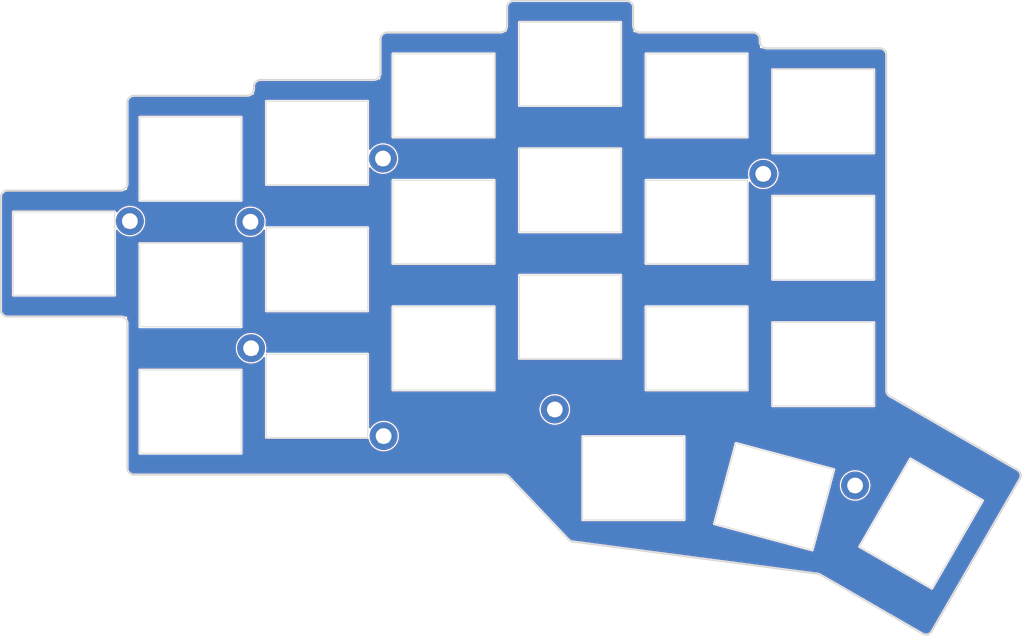
<source format=kicad_pcb>
(kicad_pcb (version 20211014) (generator pcbnew)
  (layers (0 "F.Cu" signal) (31 "B.Cu" signal) (34 "B.Paste" user) (35 "F.Paste" user) (36 "B.SilkS" user "B.Silkscreen") (37 "F.SilkS" user "F.Silkscreen") (38 "B.Mask" user) (39 "F.Mask" user) (44 "Edge.Cuts" user))
  (net 0 "")
  (footprint "kbd:SW_Hole_ALPS_Plastic" (layer "F.Cu") (at 42.721463 76.099368)
    (fp_text reference "K18" hide)
    (fp_text value "KEYSW" hide)
    (fp_line (start 7.625 -6.275) (end -7.625 -6.275) (layer "Edge.Cuts") (width 0.12))
    (fp_line (start 7.625 6.275) (end 7.625 -6.275) (layer "Edge.Cuts") (width 0.12))
    (fp_line (start -7.625 6.275) (end 7.625 6.275) (layer "Edge.Cuts") (width 0.12))
    (fp_line (start -7.625 -6.275) (end -7.625 6.275) (layer "Edge.Cuts") (width 0.12))
  )
  (footprint "kbd:SW_Hole_ALPS_Plastic" (layer "F.Cu") (at 118.721463 47.599367)
    (fp_text reference "K21" hide)
    (fp_text value "KEYSW" hide)
    (fp_line (start 7.625 6.275) (end 7.625 -6.275) (layer "Edge.Cuts") (width 0.12))
    (fp_line (start 7.625 -6.275) (end -7.625 -6.275) (layer "Edge.Cuts") (width 0.12))
    (fp_line (start -7.625 -6.275) (end -7.625 6.275) (layer "Edge.Cuts") (width 0.12))
    (fp_line (start -7.625 6.275) (end 7.625 6.275) (layer "Edge.Cuts") (width 0.12))
  )
  (footprint "kbd:SW_Hole_ALPS_Plastic" (layer "F.Cu") (at 42.721463 57.099368)
    (fp_text reference "K14" hide)
    (fp_text value "KEYSW" hide)
    (fp_line (start -7.625 -6.275) (end -7.625 6.275) (layer "Edge.Cuts") (width 0.12))
    (fp_line (start -7.625 6.275) (end 7.625 6.275) (layer "Edge.Cuts") (width 0.12))
    (fp_line (start 7.625 -6.275) (end -7.625 -6.275) (layer "Edge.Cuts") (width 0.12))
    (fp_line (start 7.625 6.275) (end 7.625 -6.275) (layer "Edge.Cuts") (width 0.12))
  )
  (footprint "kbd:SW_Hole_ALPS_Plastic" (layer "F.Cu") (at 61.721463 35.724368)
    (fp_text reference "K13" hide)
    (fp_text value "KEYSW" hide)
    (fp_line (start -7.625 -6.275) (end -7.625 6.275) (layer "Edge.Cuts") (width 0.12))
    (fp_line (start 7.625 6.275) (end 7.625 -6.275) (layer "Edge.Cuts") (width 0.12))
    (fp_line (start -7.625 6.275) (end 7.625 6.275) (layer "Edge.Cuts") (width 0.12))
    (fp_line (start 7.625 -6.275) (end -7.625 -6.275) (layer "Edge.Cuts") (width 0.12))
  )
  (footprint "kbd:SW_Hole_ALPS_Plastic" (layer "F.Cu") (at 152.426296 92.925796 60)
    (fp_text reference "K22" hide)
    (fp_text value "KEYSW" hide)
    (fp_line (start 7.625 -6.275) (end -7.625 -6.275) (layer "Edge.Cuts") (width 0.12))
    (fp_line (start 7.625 6.275) (end 7.625 -6.275) (layer "Edge.Cuts") (width 0.12))
    (fp_line (start -7.625 -6.275) (end -7.625 6.275) (layer "Edge.Cuts") (width 0.12))
    (fp_line (start -7.625 6.275) (end 7.625 6.275) (layer "Edge.Cuts") (width 0.12))
  )
  (footprint "kbd:M2_Hole_TH_mod" (layer "F.Cu") (at 128.721463 40.374367)
    (fp_text reference "H8" (at 0 0.5) (layer "F.SilkS"))
    (fp_text value "MountingHole")
    (fp_circle (center 0 0) (end 1.15 0) (layer "Edge.Cuts") (width 0.1) (fill none))
    (pad "" thru_hole circle (at 0 0) (size 4.2 4.2) (drill 2.3) (layers *.Cu *.Mask))
  )
  (footprint "kbd:SW_Hole_ALPS_Plastic" (layer "F.Cu") (at 80.721463 66.599368)
    (fp_text reference "K9" hide)
    (fp_text value "KEYSW" hide)
    (fp_line (start -7.625 -6.275) (end -7.625 6.275) (layer "Edge.Cuts") (width 0.12))
    (fp_line (start 7.625 6.275) (end 7.625 -6.275) (layer "Edge.Cuts") (width 0.12))
    (fp_line (start 7.625 -6.275) (end -7.625 -6.275) (layer "Edge.Cuts") (width 0.12))
    (fp_line (start -7.625 6.275) (end 7.625 6.275) (layer "Edge.Cuts") (width 0.12))
  )
  (footprint "kbd:M2_Hole_TH_mod" (layer "F.Cu") (at 71.621463 38.074367)
    (fp_text reference "H4" (at 0 0.5) (layer "F.SilkS"))
    (fp_text value "MountingHole")
    (fp_circle (center 0 0) (end 1.15 0) (layer "Edge.Cuts") (width 0.1) (fill none))
    (pad "" thru_hole circle (at 0 0) (size 4.2 4.2) (drill 2.3) (layers *.Cu *.Mask))
  )
  (footprint "kbd:SW_Hole_ALPS_Plastic" (layer "F.Cu") (at 130.35654 88.881582 -15)
    (fp_text reference "K1" hide)
    (fp_text value "KEYSW" hide)
    (fp_line (start -7.625 -6.275) (end -7.625 6.275) (layer "Edge.Cuts") (width 0.12))
    (fp_line (start -7.625 6.275) (end 7.625 6.275) (layer "Edge.Cuts") (width 0.12))
    (fp_line (start 7.625 -6.275) (end -7.625 -6.275) (layer "Edge.Cuts") (width 0.12))
    (fp_line (start 7.625 6.275) (end 7.625 -6.275) (layer "Edge.Cuts") (width 0.12))
  )
  (footprint "kbd:SW_Hole_ALPS_Plastic" (layer "F.Cu") (at 99.721463 23.849368)
    (fp_text reference "K11" hide)
    (fp_text value "KEYSW" hide)
    (fp_line (start 7.625 -6.275) (end -7.625 -6.275) (layer "Edge.Cuts") (width 0.12))
    (fp_line (start -7.625 6.275) (end 7.625 6.275) (layer "Edge.Cuts") (width 0.12))
    (fp_line (start -7.625 -6.275) (end -7.625 6.275) (layer "Edge.Cuts") (width 0.12))
    (fp_line (start 7.625 6.275) (end 7.625 -6.275) (layer "Edge.Cuts") (width 0.12))
  )
  (footprint "kbd:M2_Hole_TH_mod" (layer "F.Cu") (at 51.821463 66.574367)
    (fp_text reference "H2" (at 0 0.5) (layer "F.SilkS"))
    (fp_text value "MountingHole")
    (fp_circle (center 0 0) (end 1.15 0) (layer "Edge.Cuts") (width 0.1) (fill none))
    (pad "" thru_hole circle (at 0 0) (size 4.2 4.2) (drill 2.3) (layers *.Cu *.Mask))
  )
  (footprint "kbd:SW_Hole_ALPS_Plastic" (layer "F.Cu") (at 42.721463 38.099368)
    (fp_text reference "K7" hide)
    (fp_text value "KEYSW" hide)
    (fp_line (start -7.625 6.275) (end 7.625 6.275) (layer "Edge.Cuts") (width 0.12))
    (fp_line (start 7.625 6.275) (end 7.625 -6.275) (layer "Edge.Cuts") (width 0.12))
    (fp_line (start -7.625 -6.275) (end -7.625 6.275) (layer "Edge.Cuts") (width 0.12))
    (fp_line (start 7.625 -6.275) (end -7.625 -6.275) (layer "Edge.Cuts") (width 0.12))
  )
  (footprint "kbd:SW_Hole_ALPS_Plastic" (layer "F.Cu") (at 118.721463 66.599367)
    (fp_text reference "K12" hide)
    (fp_text value "KEYSW" hide)
    (fp_line (start 7.625 -6.275) (end -7.625 -6.275) (layer "Edge.Cuts") (width 0.12))
    (fp_line (start 7.625 6.275) (end 7.625 -6.275) (layer "Edge.Cuts") (width 0.12))
    (fp_line (start -7.625 6.275) (end 7.625 6.275) (layer "Edge.Cuts") (width 0.12))
    (fp_line (start -7.625 -6.275) (end -7.625 6.275) (layer "Edge.Cuts") (width 0.12))
  )
  (footprint "kbd:M2_Hole_TH_mod" (layer "F.Cu") (at 33.621463 47.474367)
    (fp_text reference "H3" (at 0 0.5) (layer "F.SilkS"))
    (fp_text value "MountingHole")
    (fp_circle (center 0 0) (end 1.15 0) (layer "Edge.Cuts") (width 0.1) (fill none))
    (pad "" thru_hole circle (at 0 0) (size 4.2 4.2) (drill 2.3) (layers *.Cu *.Mask))
  )
  (footprint "kbd:M2_Hole_TH_mod" (layer "F.Cu") (at 51.721463 47.574367)
    (fp_text reference "H1" (at 0 0.5) (layer "F.SilkS"))
    (fp_text value "MountingHole")
    (fp_circle (center 0 0) (end 1.15 0) (layer "Edge.Cuts") (width 0.1) (fill none))
    (pad "" thru_hole circle (at 0 0) (size 4.2 4.2) (drill 2.3) (layers *.Cu *.Mask))
  )
  (footprint "kbd:SW_Hole_ALPS_Plastic" (layer "F.Cu") (at 118.721463 28.599367)
    (fp_text reference "K16" hide)
    (fp_text value "KEYSW" hide)
    (fp_line (start -7.625 6.275) (end 7.625 6.275) (layer "Edge.Cuts") (width 0.12))
    (fp_line (start -7.625 -6.275) (end -7.625 6.275) (layer "Edge.Cuts") (width 0.12))
    (fp_line (start 7.625 -6.275) (end -7.625 -6.275) (layer "Edge.Cuts") (width 0.12))
    (fp_line (start 7.625 6.275) (end 7.625 -6.275) (layer "Edge.Cuts") (width 0.12))
  )
  (footprint "kbd:SW_Hole_ALPS_Plastic" (layer "F.Cu") (at 80.721463 47.599368)
    (fp_text reference "K6" hide)
    (fp_text value "KEYSW" hide)
    (fp_line (start -7.625 6.275) (end 7.625 6.275) (layer "Edge.Cuts") (width 0.12))
    (fp_line (start 7.625 6.275) (end 7.625 -6.275) (layer "Edge.Cuts") (width 0.12))
    (fp_line (start 7.625 -6.275) (end -7.625 -6.275) (layer "Edge.Cuts") (width 0.12))
    (fp_line (start -7.625 -6.275) (end -7.625 6.275) (layer "Edge.Cuts") (width 0.12))
  )
  (footprint "kbd:M2_Hole_TH_mod" (layer "F.Cu") (at 97.421463 75.774367)
    (fp_text reference "H6" (at 0 0.5) (layer "F.SilkS"))
    (fp_text value "MountingHole")
    (fp_circle (center 0 0) (end 1.15 0) (layer "Edge.Cuts") (width 0.1) (fill none))
    (pad "" thru_hole circle (at 0 0) (size 4.2 4.2) (drill 2.3) (layers *.Cu *.Mask))
  )
  (footprint "kbd:SW_Hole_ALPS_Plastic" (layer "F.Cu") (at 109.221463 86.099097)
    (fp_text reference "K5" hide)
    (fp_text value "KEYSW" hide)
    (fp_line (start 7.625 -6.275) (end -7.625 -6.275) (layer "Edge.Cuts") (width 0.12))
    (fp_line (start -7.625 -6.275) (end -7.625 6.275) (layer "Edge.Cuts") (width 0.12))
    (fp_line (start 7.625 6.275) (end 7.625 -6.275) (layer "Edge.Cuts") (width 0.12))
    (fp_line (start -7.625 6.275) (end 7.625 6.275) (layer "Edge.Cuts") (width 0.12))
  )
  (footprint "kbd:SW_Hole_ALPS_Plastic" (layer "F.Cu") (at 137.721463 49.974367)
    (fp_text reference "K3" hide)
    (fp_text value "KEYSW" hide)
    (fp_line (start 7.625 -6.275) (end -7.625 -6.275) (layer "Edge.Cuts") (width 0.12))
    (fp_line (start -7.625 -6.275) (end -7.625 6.275) (layer "Edge.Cuts") (width 0.12))
    (fp_line (start -7.625 6.275) (end 7.625 6.275) (layer "Edge.Cuts") (width 0.12))
    (fp_line (start 7.625 6.275) (end 7.625 -6.275) (layer "Edge.Cuts") (width 0.12))
  )
  (footprint "kbd:SW_Hole_ALPS_Plastic" (layer "F.Cu") (at 23.721464 52.349367)
    (fp_text reference "K10" hide)
    (fp_text value "KEYSW" hide)
    (fp_line (start 7.625 6.275) (end 7.625 -6.275) (layer "Edge.Cuts") (width 0.12))
    (fp_line (start 7.625 -6.275) (end -7.625 -6.275) (layer "Edge.Cuts") (width 0.12))
    (fp_line (start -7.625 -6.275) (end -7.625 6.275) (layer "Edge.Cuts") (width 0.12))
    (fp_line (start -7.625 6.275) (end 7.625 6.275) (layer "Edge.Cuts") (width 0.12))
  )
  (footprint "kbd:SW_Hole_ALPS_Plastic" (layer "F.Cu") (at 99.721463 42.849368)
    (fp_text reference "K19" hide)
    (fp_text value "KEYSW" hide)
    (fp_line (start 7.625 -6.275) (end -7.625 -6.275) (layer "Edge.Cuts") (width 0.12))
    (fp_line (start 7.625 6.275) (end 7.625 -6.275) (layer "Edge.Cuts") (width 0.12))
    (fp_line (start -7.625 -6.275) (end -7.625 6.275) (layer "Edge.Cuts") (width 0.12))
    (fp_line (start -7.625 6.275) (end 7.625 6.275) (layer "Edge.Cuts") (width 0.12))
  )
  (footprint "kbd:SW_Hole_ALPS_Plastic" (layer "F.Cu") (at 61.721463 73.724368)
    (fp_text reference "K8" hide)
    (fp_text value "KEYSW" hide)
    (fp_line (start -7.625 -6.275) (end -7.625 6.275) (layer "Edge.Cuts") (width 0.12))
    (fp_line (start 7.625 -6.275) (end -7.625 -6.275) (layer "Edge.Cuts") (width 0.12))
    (fp_line (start 7.625 6.275) (end 7.625 -6.275) (layer "Edge.Cuts") (width 0.12))
    (fp_line (start -7.625 6.275) (end 7.625 6.275) (layer "Edge.Cuts") (width 0.12))
  )
  (footprint "kbd:M2_Hole_TH_mod" (layer "F.Cu") (at 71.721463 79.774367)
    (fp_text reference "H5" (at 0 0.5) (layer "F.SilkS"))
    (fp_text value "MountingHole")
    (fp_circle (center 0 0) (end 1.15 0) (layer "Edge.Cuts") (width 0.1) (fill none))
    (pad "" thru_hole circle (at 0 0) (size 4.2 4.2) (drill 2.3) (layers *.Cu *.Mask))
  )
  (footprint "kbd:SW_Hole_ALPS_Plastic" (layer "F.Cu") (at 137.721463 30.974367)
    (fp_text reference "K4" hide)
    (fp_text value "KEYSW" hide)
    (fp_line (start -7.625 -6.275) (end -7.625 6.275) (layer "Edge.Cuts") (width 0.12))
    (fp_line (start 7.625 6.275) (end 7.625 -6.275) (layer "Edge.Cuts") (width 0.12))
    (fp_line (start -7.625 6.275) (end 7.625 6.275) (layer "Edge.Cuts") (width 0.12))
    (fp_line (start 7.625 -6.275) (end -7.625 -6.275) (layer "Edge.Cuts") (width 0.12))
  )
  (footprint "kbd:SW_Hole_ALPS_Plastic" (layer "F.Cu") (at 137.721463 68.974367)
    (fp_text reference "K2" hide)
    (fp_text value "KEYSW" hide)
    (fp_line (start -7.625 -6.275) (end -7.625 6.275) (layer "Edge.Cuts") (width 0.12))
    (fp_line (start -7.625 6.275) (end 7.625 6.275) (layer "Edge.Cuts") (width 0.12))
    (fp_line (start 7.625 -6.275) (end -7.625 -6.275) (layer "Edge.Cuts") (width 0.12))
    (fp_line (start 7.625 6.275) (end 7.625 -6.275) (layer "Edge.Cuts") (width 0.12))
  )
  (footprint "kbd:SW_Hole_ALPS_Plastic" (layer "F.Cu") (at 99.721463 61.849368)
    (fp_text reference "K15" hide)
    (fp_text value "KEYSW" hide)
    (fp_line (start -7.625 6.275) (end 7.625 6.275) (layer "Edge.Cuts") (width 0.12))
    (fp_line (start -7.625 -6.275) (end -7.625 6.275) (layer "Edge.Cuts") (width 0.12))
    (fp_line (start 7.625 6.275) (end 7.625 -6.275) (layer "Edge.Cuts") (width 0.12))
    (fp_line (start 7.625 -6.275) (end -7.625 -6.275) (layer "Edge.Cuts") (width 0.12))
  )
  (footprint "kbd:M2_Hole_TH_mod" (layer "F.Cu") (at 142.507505 87.19918)
    (fp_text reference "H9" (at 0 0.5) (layer "F.SilkS"))
    (fp_text value "MountingHole")
    (fp_circle (center 0 0) (end 1.15 0) (layer "Edge.Cuts") (width 0.1) (fill none))
    (pad "" thru_hole circle (at 0 0) (size 4.2 4.2) (drill 2.3) (layers *.Cu *.Mask))
  )
  (footprint "kbd:SW_Hole_ALPS_Plastic" (layer "F.Cu") (at 61.721463 54.724368)
    (fp_text reference "K17" hide)
    (fp_text value "KEYSW" hide)
    (fp_line (start 7.625 6.275) (end 7.625 -6.275) (layer "Edge.Cuts") (width 0.12))
    (fp_line (start -7.625 6.275) (end 7.625 6.275) (layer "Edge.Cuts") (width 0.12))
    (fp_line (start -7.625 -6.275) (end -7.625 6.275) (layer "Edge.Cuts") (width 0.12))
    (fp_line (start 7.625 -6.275) (end -7.625 -6.275) (layer "Edge.Cuts") (width 0.12))
  )
  (footprint "kbd:SW_Hole_ALPS_Plastic" (layer "F.Cu") (at 80.721463 28.599368)
    (fp_text reference "K20" hide)
    (fp_text value "KEYSW" hide)
    (fp_line (start 7.625 6.275) (end 7.625 -6.275) (layer "Edge.Cuts") (width 0.12))
    (fp_line (start -7.625 6.275) (end 7.625 6.275) (layer "Edge.Cuts") (width 0.12))
    (fp_line (start -7.625 -6.275) (end -7.625 6.275) (layer "Edge.Cuts") (width 0.12))
    (fp_line (start 7.625 -6.275) (end -7.625 -6.275) (layer "Edge.Cuts") (width 0.12))
  )
  (gr_arc (start 89.796623 85.599367) (mid 90.187009 85.679623) (end 90.514076 85.907372) (layer "Edge.Cuts") (width 0.2))
  (gr_arc (start 166.912511 84.834934) (mid 167.378437 85.442141) (end 167.278537 86.20096) (layer "Edge.Cuts") (width 0.2))
  (gr_arc (start 90.221463 18.099368) (mid 89.92857 18.806475) (end 89.221463 19.099368) (layer "Edge.Cuts") (width 0.2))
  (gr_line (start 15.221464 42.849368) (end 32.221465 42.849368) (layer "Edge.Cuts") (width 0.2))
  (gr_line (start 52.221463 27.599368) (end 52.221463 27.224367) (layer "Edge.Cuts") (width 0.2))
  (gr_line (start 99.480311 95.345258) (end 90.514076 85.907372) (layer "Edge.Cuts") (width 0.2))
  (gr_line (start 147.721463 73.754978) (end 166.912511 84.834934) (layer "Edge.Cuts") (width 0.2))
  (gr_line (start 147.221463 22.474368) (end 147.221463 72.888952) (layer "Edge.Cuts") (width 0.2))
  (gr_arc (start 71.221463 25.224368) (mid 70.92857 25.931475) (end 70.221463 26.224368) (layer "Edge.Cuts") (width 0.2))
  (gr_line (start 71.221463 25.224368) (end 71.221463 20.099368) (layer "Edge.Cuts") (width 0.2))
  (gr_arc (start 146.221463 21.474368) (mid 146.92857 21.767261) (end 147.221463 22.474368) (layer "Edge.Cuts") (width 0.2))
  (gr_arc (start 108.221463 14.349368) (mid 108.92857 14.642261) (end 109.221463 15.349368) (layer "Edge.Cuts") (width 0.2))
  (gr_line (start 110.221463 19.099367) (end 127.221463 19.099367) (layer "Edge.Cuts") (width 0.2))
  (gr_line (start 89.796623 85.599366) (end 51.221463 85.599366) (layer "Edge.Cuts") (width 0.2))
  (gr_line (start 152.662511 109.516658) (end 137.244527 100.615081) (layer "Edge.Cuts") (width 0.2))
  (gr_arc (start 110.221462 19.099368) (mid 109.514356 18.806474) (end 109.221463 18.099367) (layer "Edge.Cuts") (width 0.2))
  (gr_line (start 33.221463 84.609762) (end 33.221463 62.849367) (layer "Edge.Cuts") (width 0.2))
  (gr_arc (start 34.211068 85.599367) (mid 33.511312 85.309518) (end 33.221463 84.609762) (layer "Edge.Cuts") (width 0.2))
  (gr_line (start 51.221463 85.599366) (end 34.211068 85.599366) (layer "Edge.Cuts") (width 0.2))
  (gr_arc (start 52.221463 27.224368) (mid 52.514356 26.517261) (end 53.221463 26.224368) (layer "Edge.Cuts") (width 0.2))
  (gr_line (start 53.221463 26.224368) (end 70.221463 26.224368) (layer "Edge.Cuts") (width 0.2))
  (gr_line (start 14.221465 60.849368) (end 14.221465 43.849369) (layer "Edge.Cuts") (width 0.2))
  (gr_arc (start 15.221464 61.849367) (mid 14.514358 61.556474) (end 14.221465 60.849368) (layer "Edge.Cuts") (width 0.2))
  (gr_arc (start 14.221465 43.849369) (mid 14.514358 43.142262) (end 15.221464 42.849368) (layer "Edge.Cuts") (width 0.2))
  (gr_arc (start 32.221466 61.849364) (mid 32.928572 62.142259) (end 33.221463 62.849367) (layer "Edge.Cuts") (width 0.2))
  (gr_arc (start 129.221463 21.474367) (mid 128.514356 21.181474) (end 128.221463 20.474367) (layer "Edge.Cuts") (width 0.2))
  (gr_arc (start 52.221466 27.599371) (mid 51.928571 28.306477) (end 51.221463 28.599368) (layer "Edge.Cuts") (width 0.2))
  (gr_arc (start 33.221465 41.84937) (mid 32.928571 42.556475) (end 32.221464 42.849367) (layer "Edge.Cuts") (width 0.2))
  (gr_arc (start 90.221463 15.349368) (mid 90.514356 14.642261) (end 91.221463 14.349368) (layer "Edge.Cuts") (width 0.2))
  (gr_arc (start 127.221463 19.099367) (mid 127.92857 19.39226) (end 128.221463 20.099367) (layer "Edge.Cuts") (width 0.2))
  (gr_arc (start 100.068595 95.644797) (mid 99.748739 95.545528) (end 99.480311 95.345258) (layer "Edge.Cuts") (width 0.2))
  (gr_line (start 136.878894 100.490965) (end 100.068595 95.644797) (layer "Edge.Cuts") (width 0.2))
  (gr_line (start 33.221463 41.849368) (end 33.221464 29.599368) (layer "Edge.Cuts") (width 0.2))
  (gr_line (start 109.221463 15.349368) (end 109.221463 18.099367) (layer "Edge.Cuts") (width 0.2))
  (gr_line (start 128.221463 20.099367) (end 128.221463 20.474367) (layer "Edge.Cuts") (width 0.2))
  (gr_arc (start 33.221464 29.599368) (mid 33.514357 28.892261) (end 34.221464 28.599368) (layer "Edge.Cuts") (width 0.2))
  (gr_line (start 129.221463 21.474367) (end 146.221463 21.474368) (layer "Edge.Cuts") (width 0.2))
  (gr_line (start 167.278537 86.20096) (end 154.028537 109.150633) (layer "Edge.Cuts") (width 0.2))
  (gr_arc (start 136.878894 100.490965) (mid 137.067823 100.535017) (end 137.244527 100.615081) (layer "Edge.Cuts") (width 0.2))
  (gr_arc (start 147.721463 73.754977) (mid 147.355438 73.388952) (end 147.221463 72.888952) (layer "Edge.Cuts") (width 0.2))
  (gr_arc (start 71.221462 20.099368) (mid 71.514356 19.392261) (end 72.221463 19.099367) (layer "Edge.Cuts") (width 0.2))
  (gr_line (start 90.221463 18.099368) (end 90.221463 15.349368) (layer "Edge.Cuts") (width 0.2))
  (gr_line (start 32.221464 61.849368) (end 15.221464 61.849368) (layer "Edge.Cuts") (width 0.2))
  (gr_line (start 91.221463 14.349368) (end 108.221463 14.349368) (layer "Edge.Cuts") (width 0.2))
  (gr_line (start 72.221463 19.099367) (end 89.221463 19.099368) (layer "Edge.Cuts") (width 0.2))
  (gr_arc (start 154.028536 109.150633) (mid 153.42133 109.616559) (end 152.662511 109.516658) (layer "Edge.Cuts") (width 0.2))
  (gr_line (start 34.221464 28.599368) (end 51.221463 28.599368) (layer "Edge.Cuts") (width 0.2))
  (zone (net 0) (net_name "") (layers F&B.Cu) (priority 1) (connect_pads (clearance 0.2)) (min_thickness 0.25) (fill yes (thermal_gap 0.5) (thermal_bridge_width 0.5))
    (polygon (pts (xy 109.221463 19.104952) (xy 128.221463 19.104952) (xy 128.221463 21.504952) (xy 147.221463 21.504952) (xy 147.221463 23.804952) (xy 147.721464 73.349367) (xy 167.821463 85.204952) (xy 153.421463 109.904952) (xy 137.021463 100.504952) (xy 99.721463 95.504952) (xy 90.121463 85.504952) (xy 33.221463 85.604952) (xy 33.221463 61.804952) (xy 14.121463 61.804952) (xy 14.221463 42.904952) (xy 33.221463 42.804952) (xy 33.221463 28.504952) (xy 52.221463 28.504952) (xy 52.221463 26.204952) (xy 71.221463 26.204952) (xy 71.221463 19.004952) (xy 90.221463 19.004952) (xy 90.221463 14.304952) (xy 109.221463 14.304952)))
  )
)
</source>
